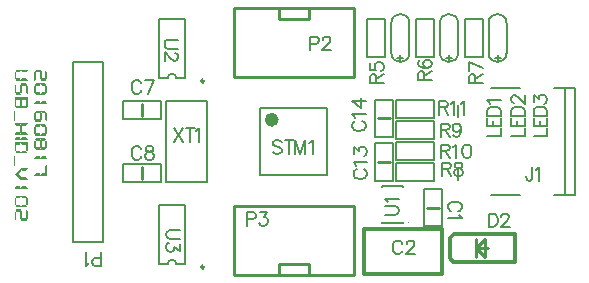
<source format=gto>
G04 Layer_Color=65535*
%FSLAX25Y25*%
%MOIN*%
G70*
G01*
G75*
%ADD10C,0.00787*%
%ADD11C,0.00984*%
%ADD12C,0.00394*%
%ADD13C,0.02362*%
%ADD14C,0.01200*%
%ADD15C,0.01000*%
%ADD16C,0.00800*%
%ADD17C,0.00600*%
G36*
X-5051Y40168D02*
X-5063Y40136D01*
X-6458D01*
X-7000Y41037D01*
X-4782D01*
X-5051Y40168D01*
D02*
G37*
G36*
X-4431Y40085D02*
Y38167D01*
X-4782Y37384D01*
X-5075Y38167D01*
X-5082Y40085D01*
X-5063Y40136D01*
X-5060D01*
X-5051Y40168D01*
X-4782Y40868D01*
X-4431Y40085D01*
D02*
G37*
G36*
X-3098Y40136D02*
X-4445D01*
X-4767Y41037D01*
X-2549D01*
X-3098Y40136D01*
D02*
G37*
G36*
X-4782Y46022D02*
X-6363D01*
X-6649Y46483D01*
X-6370Y46922D01*
X-5060D01*
X-4782Y46022D01*
D02*
G37*
G36*
X-6883Y41842D02*
X-7161D01*
Y45224D01*
X-6883D01*
Y41842D01*
D02*
G37*
G36*
X-4782Y35561D02*
X-7000D01*
X-6458Y36462D01*
X-5060D01*
X-4782Y35561D01*
D02*
G37*
G36*
X-3201Y33988D02*
X-4453D01*
X-4767Y34888D01*
X-2637D01*
X-3201Y33988D01*
D02*
G37*
G36*
X-2549Y35561D02*
X-4767D01*
X-4453Y36462D01*
X-3098D01*
X-2549Y35561D01*
D02*
G37*
G36*
Y37208D02*
X-4767D01*
X-4453Y38109D01*
X-3098D01*
X-2549Y37208D01*
D02*
G37*
G36*
X-4782D02*
X-7000D01*
X-6458Y38109D01*
X-5060D01*
X-4782Y37208D01*
D02*
G37*
G36*
Y50597D02*
X-6363D01*
X-6649Y51058D01*
X-6370Y51497D01*
X-5060D01*
X-4782Y50597D01*
D02*
G37*
G36*
X-3201Y48950D02*
X-4445D01*
X-4767Y49850D01*
X-2637D01*
X-3201Y48950D01*
D02*
G37*
G36*
X-2549Y53481D02*
Y50597D01*
X-3186Y51490D01*
Y53481D01*
X-2879Y53920D01*
X-2549Y53481D01*
D02*
G37*
G36*
X-6363Y53539D02*
Y51556D01*
X-6678Y51109D01*
X-7000Y51548D01*
Y54425D01*
X-6363Y53539D01*
D02*
G37*
G36*
X-4431Y53473D02*
Y51556D01*
X-4782Y50772D01*
X-5075Y51556D01*
X-5068Y53473D01*
X-4782Y54249D01*
X-4431Y53473D01*
D02*
G37*
G36*
Y48898D02*
Y46981D01*
X-4782Y46197D01*
X-5075Y46981D01*
X-5082Y48898D01*
X-5063Y48950D01*
X-5060D01*
X-5051Y48981D01*
X-4782Y49682D01*
X-4431Y48898D01*
D02*
G37*
G36*
X-2901Y46483D02*
X-3186Y46022D01*
X-4767D01*
X-4453Y46922D01*
X-3186D01*
X-2901Y46483D01*
D02*
G37*
G36*
X-2549Y46973D02*
X-2879Y46527D01*
X-3186Y46973D01*
Y48906D01*
X-2549Y49726D01*
Y46973D01*
D02*
G37*
G36*
X-5051Y48981D02*
X-5063Y48950D01*
X-6363D01*
X-6912Y49850D01*
X-4782D01*
X-5051Y48981D01*
D02*
G37*
G36*
X-6363Y48906D02*
Y46981D01*
X-6678Y46534D01*
X-7000Y46973D01*
Y49747D01*
X-6363Y48906D01*
D02*
G37*
G36*
X-5060Y33988D02*
X-6363D01*
X-6912Y34888D01*
X-4782D01*
X-5060Y33988D01*
D02*
G37*
G36*
X-6363Y15966D02*
Y14041D01*
X-6678Y13594D01*
X-7000Y14033D01*
Y15966D01*
X-6678Y16405D01*
X-6363Y15966D01*
D02*
G37*
G36*
X-2901Y13543D02*
X-3186Y13082D01*
X-4767D01*
X-4453Y13982D01*
X-3186D01*
X-2901Y13543D01*
D02*
G37*
G36*
X-2549Y15966D02*
Y14033D01*
X-2879Y13594D01*
X-3186Y14033D01*
Y15966D01*
X-2879Y16405D01*
X-2549Y15966D01*
D02*
G37*
G36*
X-2901Y16471D02*
X-3186Y16010D01*
X-4445D01*
X-4767Y16910D01*
X-3186D01*
X-2901Y16471D01*
D02*
G37*
G36*
X-5060Y16010D02*
X-6370D01*
X-6656Y16471D01*
X-6370Y16910D01*
X-4782D01*
X-5060Y16010D01*
D02*
G37*
G36*
X-2901Y8968D02*
X-3186Y8507D01*
X-4767D01*
X-4453Y9407D01*
X-3186D01*
X-2901Y8968D01*
D02*
G37*
G36*
X-6363Y11391D02*
Y9297D01*
X-7000Y8507D01*
Y11391D01*
X-6678Y11830D01*
X-6363Y11391D01*
D02*
G37*
G36*
X-5052Y11462D02*
X-5062Y11435D01*
X-5060D01*
X-5052Y11462D01*
X-4782Y12159D01*
X-4431Y11383D01*
Y9466D01*
X-4782Y8682D01*
X-5068Y9466D01*
X-5082Y11383D01*
X-5062Y11435D01*
X-6363D01*
X-6649Y11896D01*
X-6370Y12335D01*
X-4782D01*
X-5052Y11462D01*
D02*
G37*
G36*
X-4782Y13082D02*
X-6363D01*
X-6649Y13543D01*
X-6370Y13982D01*
X-5060D01*
X-4782Y13082D01*
D02*
G37*
G36*
X-2549Y11391D02*
Y9458D01*
X-2879Y9019D01*
X-3186Y9458D01*
Y12335D01*
X-2549Y11391D01*
D02*
G37*
G36*
X-4782Y31060D02*
X-6363D01*
X-6649Y31521D01*
X-6370Y31960D01*
X-5060D01*
X-4782Y31060D01*
D02*
G37*
G36*
X-6883Y26880D02*
X-7161D01*
Y30262D01*
X-6883D01*
Y26880D01*
D02*
G37*
G36*
X-2901Y31521D02*
X-3186Y31060D01*
X-4767D01*
X-4453Y31960D01*
X-3186D01*
X-2901Y31521D01*
D02*
G37*
G36*
X-2549Y32011D02*
X-2879Y31572D01*
X-3186Y32011D01*
Y33944D01*
X-2549Y34771D01*
Y32011D01*
D02*
G37*
G36*
X-6363Y33944D02*
Y32019D01*
X-6678Y31572D01*
X-7000Y32011D01*
Y34785D01*
X-6363Y33944D01*
D02*
G37*
G36*
X-2549Y19121D02*
X-4767D01*
X-4453Y20021D01*
X-3098D01*
X-2549Y19121D01*
D02*
G37*
G36*
X-4782D02*
X-7000D01*
X-6458Y20021D01*
X-5060D01*
X-4782Y19121D01*
D02*
G37*
G36*
X-4907Y23352D02*
X-4744Y22314D01*
X-4453Y23147D01*
X-3186D01*
X-2630Y22246D01*
X-4733D01*
X-4731Y22232D01*
X-4748Y22246D01*
X-4767D01*
X-4763Y22258D01*
X-7000Y24120D01*
X-5836Y24127D01*
X-4907Y23352D01*
D02*
G37*
G36*
X-3186Y25174D02*
X-4445D01*
X-4738Y25992D01*
X-4724Y26075D01*
X-2630D01*
X-3186Y25174D01*
D02*
G37*
G36*
X-4757Y26047D02*
X-4738Y25992D01*
X-4914Y24969D01*
X-5843Y24193D01*
X-7000Y24201D01*
X-4757Y26047D01*
X-4767Y26075D01*
X-4724D01*
X-4757Y26047D01*
D02*
G37*
G36*
X-2901Y53986D02*
X-3186Y53525D01*
X-4445D01*
X-4767Y54425D01*
X-3186D01*
X-2901Y53986D01*
D02*
G37*
G36*
X1450Y44406D02*
X1438Y44375D01*
X137D01*
X-156Y44836D01*
X129Y45275D01*
X1718D01*
X1450Y44406D01*
D02*
G37*
G36*
X137Y44331D02*
Y42406D01*
X-178Y41959D01*
X-500Y42398D01*
Y44331D01*
X-178Y44770D01*
X137Y44331D01*
D02*
G37*
G36*
X3599Y44836D02*
X3314Y44375D01*
X2055D01*
X1733Y45275D01*
X3314D01*
X3599Y44836D01*
D02*
G37*
G36*
X3951Y47486D02*
X1733D01*
X2047Y48386D01*
X3402D01*
X3951Y47486D01*
D02*
G37*
G36*
X1718D02*
X-500D01*
X42Y48386D01*
X1440D01*
X1718Y47486D01*
D02*
G37*
G36*
X3599Y40261D02*
X3314Y39800D01*
X2055D01*
X1733Y40700D01*
X3314D01*
X3599Y40261D01*
D02*
G37*
G36*
X1440Y39800D02*
X129D01*
X-156Y40261D01*
X129Y40700D01*
X1718D01*
X1440Y39800D01*
D02*
G37*
G36*
X1718Y41447D02*
X137D01*
X-149Y41908D01*
X129Y42347D01*
X1440D01*
X1718Y41447D01*
D02*
G37*
G36*
X2069Y44323D02*
Y42406D01*
X1718Y41622D01*
X1425Y42406D01*
X1418Y44323D01*
X1438Y44375D01*
X1440D01*
X1450Y44406D01*
X1718Y45107D01*
X2069Y44323D01*
D02*
G37*
G36*
X3951Y44331D02*
Y41615D01*
X3314Y42398D01*
Y44331D01*
X3621Y44770D01*
X3951Y44331D01*
D02*
G37*
G36*
X137Y58056D02*
Y55962D01*
X-500Y55172D01*
Y58056D01*
X-178Y58495D01*
X137Y58056D01*
D02*
G37*
G36*
X3599Y53986D02*
X3314Y53525D01*
X2055D01*
X1733Y54425D01*
X3314D01*
X3599Y53986D01*
D02*
G37*
G36*
Y55633D02*
X3314Y55172D01*
X1733D01*
X2047Y56072D01*
X3314D01*
X3599Y55633D01*
D02*
G37*
G36*
X3951Y58056D02*
Y56123D01*
X3621Y55684D01*
X3314Y56123D01*
Y59000D01*
X3951Y58056D01*
D02*
G37*
G36*
X1448Y58127D02*
X1438Y58100D01*
X1440D01*
X1448Y58127D01*
X1718Y58824D01*
X2069Y58048D01*
Y56131D01*
X1718Y55347D01*
X1433Y56131D01*
X1418Y58048D01*
X1438Y58100D01*
X137D01*
X-149Y58561D01*
X129Y59000D01*
X1718D01*
X1448Y58127D01*
D02*
G37*
G36*
X3599Y51058D02*
X3314Y50597D01*
X1733D01*
X2047Y51497D01*
X3314D01*
X3599Y51058D01*
D02*
G37*
G36*
X1718Y50597D02*
X137D01*
X-149Y51058D01*
X129Y51497D01*
X1440D01*
X1718Y50597D01*
D02*
G37*
G36*
X137Y53481D02*
Y51556D01*
X-178Y51109D01*
X-500Y51548D01*
Y53481D01*
X-178Y53920D01*
X137Y53481D01*
D02*
G37*
G36*
X1440Y53525D02*
X129D01*
X-156Y53986D01*
X129Y54425D01*
X1718D01*
X1440Y53525D01*
D02*
G37*
G36*
X3951Y53481D02*
Y51548D01*
X3621Y51109D01*
X3314Y51548D01*
Y53481D01*
X3621Y53920D01*
X3951Y53481D01*
D02*
G37*
G36*
Y39756D02*
Y37823D01*
X3621Y37384D01*
X3314Y37823D01*
Y39756D01*
X3621Y40195D01*
X3951Y39756D01*
D02*
G37*
G36*
X3870Y23659D02*
X1733D01*
X2047Y24559D01*
X3314D01*
X3870Y23659D01*
D02*
G37*
G36*
X1718D02*
X-500D01*
X42Y24559D01*
X1440D01*
X1718Y23659D01*
D02*
G37*
G36*
X3951Y23791D02*
X3314Y24633D01*
Y26558D01*
X3951Y27363D01*
Y23791D01*
D02*
G37*
G36*
Y29186D02*
X1733D01*
X2047Y30086D01*
X3402D01*
X3951Y29186D01*
D02*
G37*
G36*
X1718D02*
X-500D01*
X42Y30086D01*
X1440D01*
X1718Y29186D01*
D02*
G37*
G36*
X-2549Y55172D02*
X-4767D01*
X-4453Y56072D01*
X-3077D01*
X-2549Y55172D01*
D02*
G37*
G36*
X-4782D02*
X-6363D01*
X-6649Y55633D01*
X-6370Y56072D01*
X-5060D01*
X-4782Y55172D01*
D02*
G37*
G36*
X-6363Y58056D02*
Y56131D01*
X-6678Y55684D01*
X-7000Y56123D01*
Y58056D01*
X-6678Y58495D01*
X-6363Y58056D01*
D02*
G37*
G36*
X-3077Y58100D02*
X-4445D01*
X-4767Y59000D01*
X-2549D01*
X-3077Y58100D01*
D02*
G37*
G36*
X-5060D02*
X-6370D01*
X-6656Y58561D01*
X-6370Y59000D01*
X-4782D01*
X-5060Y58100D01*
D02*
G37*
G36*
X1718Y32297D02*
X137D01*
X-149Y32758D01*
X129Y33197D01*
X1440D01*
X1718Y32297D01*
D02*
G37*
G36*
X3599Y35686D02*
X3314Y35225D01*
X2055D01*
X1733Y36125D01*
X3314D01*
X3599Y35686D01*
D02*
G37*
G36*
X1450Y35256D02*
X1438Y35225D01*
X137D01*
X-156Y35686D01*
X129Y36125D01*
X1718D01*
X1450Y35256D01*
D02*
G37*
G36*
X1718Y36872D02*
X137D01*
X-149Y37333D01*
X129Y37772D01*
X1440D01*
X1718Y36872D01*
D02*
G37*
G36*
X137Y39756D02*
Y37831D01*
X-178Y37384D01*
X-500Y37823D01*
Y39756D01*
X-178Y40195D01*
X137Y39756D01*
D02*
G37*
G36*
X3599Y37333D02*
X3314Y36872D01*
X1733D01*
X2047Y37772D01*
X3314D01*
X3599Y37333D01*
D02*
G37*
G36*
Y32758D02*
X3314Y32297D01*
X1733D01*
X2047Y33197D01*
X3314D01*
X3599Y32758D01*
D02*
G37*
G36*
X2069Y35173D02*
Y33256D01*
X1718Y32472D01*
X1425Y33256D01*
X1418Y35173D01*
X1438Y35225D01*
X1440D01*
X1450Y35256D01*
X1718Y35957D01*
X2069Y35173D01*
D02*
G37*
G36*
X3951Y35181D02*
Y33248D01*
X3621Y32809D01*
X3314Y33248D01*
Y35181D01*
X3621Y35620D01*
X3951Y35181D01*
D02*
G37*
G36*
X137D02*
Y33256D01*
X-178Y32809D01*
X-500Y33248D01*
Y35181D01*
X-178Y35620D01*
X137Y35181D01*
D02*
G37*
%LPC*%
G36*
X-4744Y22314D02*
X-4763Y22258D01*
X-4748Y22246D01*
X-4733D01*
X-4744Y22314D01*
D02*
G37*
%LPD*%
D10*
X46944Y56157D02*
G03*
X44056Y56157I-1444J0D01*
G01*
X46944Y-5843D02*
G03*
X44056Y-5843I-1444J0D01*
G01*
X157014Y74500D02*
G03*
X150986Y74500I-3014J0D01*
G01*
Y64500D02*
G03*
X157014Y64500I3014J0D01*
G01*
X140831Y74500D02*
G03*
X134802Y74500I-3014J0D01*
G01*
Y64500D02*
G03*
X140831Y64500I3014J0D01*
G01*
X124647Y74500D02*
G03*
X118619Y74500I-3014J0D01*
G01*
Y64500D02*
G03*
X124647Y64500I3014J0D01*
G01*
X12500Y1500D02*
Y61500D01*
X22500Y1500D02*
Y61500D01*
X12500D02*
X22500D01*
X12500Y1500D02*
X22500D01*
X41169Y56157D02*
Y75842D01*
X49831Y56157D02*
Y75842D01*
X41169D02*
X49831D01*
X41169Y56157D02*
X44056D01*
X46944D02*
X49831D01*
X122547Y19843D02*
Y20040D01*
X115460Y19843D02*
Y20040D01*
X122547Y7835D02*
Y8032D01*
X115460Y7835D02*
Y8032D01*
Y7835D02*
X122547D01*
X115460Y20040D02*
X122547D01*
X41169Y-5843D02*
Y13842D01*
X49831Y-5843D02*
Y13842D01*
X41169D02*
X49831D01*
X41169Y-5843D02*
X44056D01*
X46944D02*
X49831D01*
X74779Y23779D02*
Y46220D01*
X97220Y23779D02*
Y46220D01*
X74779D02*
X97220D01*
X74779Y23779D02*
X97220D01*
X157000Y64500D02*
Y74500D01*
X151000Y64500D02*
Y74500D01*
X140816Y64500D02*
Y74500D01*
X134817Y64500D02*
Y74500D01*
X124633Y64500D02*
Y74500D01*
X118633Y64500D02*
Y74500D01*
D11*
X56228Y55154D02*
G03*
X56228Y55154I-492J0D01*
G01*
Y-6847D02*
G03*
X56228Y-6847I-492J0D01*
G01*
D12*
X124319Y7933D02*
G03*
X124319Y7933I-197J0D01*
G01*
D13*
X79898Y42283D02*
G03*
X79898Y42283I-1181J0D01*
G01*
D14*
X109400Y6000D02*
X135600D01*
X109400Y-9000D02*
X135600D01*
X109400D02*
Y6000D01*
X135600Y-9000D02*
Y6000D01*
X139250Y-5000D02*
X159700D01*
X139350Y4100D02*
X159700D01*
Y-5000D02*
Y4100D01*
X138000Y-3750D02*
X139250Y-5000D01*
X138000Y-3750D02*
Y2750D01*
X139350Y4100D01*
D15*
X130500Y13000D02*
X134500D01*
X91000Y-9417D02*
Y-5874D01*
X81000Y-9417D02*
Y-5874D01*
X91000D01*
X66000Y-9417D02*
X106000D01*
X66000D02*
Y13417D01*
X106000D01*
Y-9417D02*
Y13417D01*
X66000Y56583D02*
Y79417D01*
Y56583D02*
X106000D01*
Y79417D01*
X66000D02*
X106000D01*
X81000Y75874D02*
X91000D01*
Y79417D01*
X81000Y75874D02*
Y79417D01*
X146765Y-3500D02*
Y2500D01*
X146750Y-500D02*
X149750Y-3500D01*
X146750Y-500D02*
X149750Y2500D01*
Y-3500D02*
Y2500D01*
X146750Y-500D02*
X150750D01*
X114000Y42800D02*
X118000D01*
X114000Y28200D02*
X118000D01*
X35500Y22400D02*
Y26400D01*
Y43600D02*
Y47600D01*
D16*
X135500Y6800D02*
Y19200D01*
X129500Y6800D02*
X135500D01*
X129500D02*
Y19200D01*
X135500D01*
X43600Y21400D02*
X57100D01*
Y48600D01*
X43600D02*
X57100D01*
X43600Y21400D02*
Y48600D01*
X120300Y43000D02*
Y49000D01*
Y43000D02*
X132700D01*
Y49000D01*
X120300D02*
X132700D01*
Y29000D02*
Y35000D01*
X120300D02*
X132700D01*
X120300Y29000D02*
Y35000D01*
Y29000D02*
X132700D01*
X120300Y36000D02*
Y42000D01*
Y36000D02*
X132700D01*
Y42000D01*
X120300D02*
X132700D01*
X120300Y22000D02*
Y28000D01*
Y22000D02*
X132700D01*
Y28000D01*
X120300D02*
X132700D01*
X143000Y75700D02*
X149000D01*
X143000Y63300D02*
Y75700D01*
Y63300D02*
X149000D01*
Y75700D01*
X126750D02*
X132750D01*
X126750Y63300D02*
Y75700D01*
Y63300D02*
X132750D01*
Y75700D01*
X110500D02*
X116500D01*
X110500Y63300D02*
Y75700D01*
Y63300D02*
X116500D01*
Y75700D01*
X154000Y62000D02*
Y64000D01*
X153000Y63000D02*
X155000D01*
X137817Y62000D02*
Y64000D01*
X136817Y63000D02*
X138816D01*
X121633Y62000D02*
Y64000D01*
X120633Y63000D02*
X122633D01*
X113000Y36600D02*
Y49000D01*
X119000D01*
Y36600D02*
Y49000D01*
X113000Y36600D02*
X119000D01*
X113000Y22000D02*
Y34400D01*
X119000D01*
Y22000D02*
Y34400D01*
X113000Y22000D02*
X119000D01*
X29300Y27400D02*
X41700D01*
Y21400D02*
Y27400D01*
X29300Y21400D02*
X41700D01*
X29300D02*
Y27400D01*
Y48600D02*
X41700D01*
Y42600D02*
Y48600D01*
X29300Y42600D02*
X41700D01*
X29300D02*
Y48600D01*
X122214Y928D02*
X121999Y1356D01*
X121571Y1785D01*
X121142Y1999D01*
X120285D01*
X119857Y1785D01*
X119429Y1356D01*
X119214Y928D01*
X119000Y285D01*
Y-786D01*
X119214Y-1429D01*
X119429Y-1857D01*
X119857Y-2286D01*
X120285Y-2500D01*
X121142D01*
X121571Y-2286D01*
X121999Y-1857D01*
X122214Y-1429D01*
X123692Y928D02*
Y1142D01*
X123906Y1571D01*
X124120Y1785D01*
X124549Y1999D01*
X125406D01*
X125834Y1785D01*
X126049Y1571D01*
X126263Y1142D01*
Y714D01*
X126049Y285D01*
X125620Y-358D01*
X123478Y-2500D01*
X126477D01*
X140928Y11786D02*
X141356Y12001D01*
X141785Y12429D01*
X141999Y12858D01*
Y13715D01*
X141785Y14143D01*
X141356Y14571D01*
X140928Y14786D01*
X140285Y15000D01*
X139214D01*
X138571Y14786D01*
X138143Y14571D01*
X137714Y14143D01*
X137500Y13715D01*
Y12858D01*
X137714Y12429D01*
X138143Y12001D01*
X138571Y11786D01*
X141142Y10522D02*
X141356Y10094D01*
X141999Y9451D01*
X137500D01*
X21850Y-3992D02*
X19922D01*
X19279Y-4207D01*
X19065Y-4421D01*
X18851Y-4849D01*
Y-5492D01*
X19065Y-5921D01*
X19279Y-6135D01*
X19922Y-6349D01*
X21850D01*
Y-1850D01*
X17844Y-5492D02*
X17415Y-5706D01*
X16772Y-6349D01*
Y-1850D01*
X46000Y39499D02*
X48999Y35000D01*
Y39499D02*
X46000Y35000D01*
X51506Y39499D02*
Y35000D01*
X50006Y39499D02*
X53006D01*
X53541Y38642D02*
X53970Y38856D01*
X54612Y39499D01*
Y35000D01*
X47499Y69000D02*
X44285D01*
X43643Y68786D01*
X43214Y68357D01*
X43000Y67715D01*
Y67286D01*
X43214Y66643D01*
X43643Y66215D01*
X44285Y66001D01*
X47499D01*
X46428Y64544D02*
X46642D01*
X47071Y64330D01*
X47285Y64115D01*
X47499Y63687D01*
Y62830D01*
X47285Y62401D01*
X47071Y62187D01*
X46642Y61973D01*
X46214D01*
X45785Y62187D01*
X45142Y62616D01*
X43000Y64758D01*
Y61759D01*
X116501Y10500D02*
X119715D01*
X120357Y10714D01*
X120786Y11143D01*
X121000Y11785D01*
Y12214D01*
X120786Y12857D01*
X120357Y13285D01*
X119715Y13499D01*
X116501D01*
X117358Y14742D02*
X117144Y15170D01*
X116501Y15813D01*
X121000D01*
X47999Y5500D02*
X44785D01*
X44143Y5286D01*
X43714Y4857D01*
X43500Y4215D01*
Y3786D01*
X43714Y3143D01*
X44143Y2715D01*
X44785Y2501D01*
X47999D01*
Y830D02*
Y-1527D01*
X46285Y-242D01*
Y-884D01*
X46071Y-1313D01*
X45857Y-1527D01*
X45214Y-1741D01*
X44785D01*
X44143Y-1527D01*
X43714Y-1099D01*
X43500Y-456D01*
Y187D01*
X43714Y830D01*
X43929Y1044D01*
X44357Y1258D01*
X81999Y34856D02*
X81571Y35285D01*
X80928Y35499D01*
X80071D01*
X79428Y35285D01*
X79000Y34856D01*
Y34428D01*
X79214Y33999D01*
X79428Y33785D01*
X79857Y33571D01*
X81142Y33142D01*
X81571Y32928D01*
X81785Y32714D01*
X81999Y32285D01*
Y31643D01*
X81571Y31214D01*
X80928Y31000D01*
X80071D01*
X79428Y31214D01*
X79000Y31643D01*
X84506Y35499D02*
Y31000D01*
X83006Y35499D02*
X86006D01*
X86541D02*
Y31000D01*
Y35499D02*
X88255Y31000D01*
X89969Y35499D02*
X88255Y31000D01*
X89969Y35499D02*
Y31000D01*
X91255Y34642D02*
X91683Y34856D01*
X92326Y35499D01*
Y31000D01*
X134500Y48499D02*
Y44000D01*
Y48499D02*
X136428D01*
X137071Y48285D01*
X137285Y48071D01*
X137499Y47642D01*
Y47214D01*
X137285Y46785D01*
X137071Y46571D01*
X136428Y46357D01*
X134500D01*
X136000D02*
X137499Y44000D01*
X138506Y47642D02*
X138935Y47856D01*
X139577Y48499D01*
Y44000D01*
X141806Y47642D02*
X142234Y47856D01*
X142877Y48499D01*
Y44000D01*
X135000Y33999D02*
Y29500D01*
Y33999D02*
X136928D01*
X137571Y33785D01*
X137785Y33571D01*
X137999Y33142D01*
Y32714D01*
X137785Y32285D01*
X137571Y32071D01*
X136928Y31857D01*
X135000D01*
X136500D02*
X137999Y29500D01*
X139006Y33142D02*
X139435Y33356D01*
X140077Y33999D01*
Y29500D01*
X143591Y33999D02*
X142948Y33785D01*
X142520Y33142D01*
X142306Y32071D01*
Y31428D01*
X142520Y30357D01*
X142948Y29714D01*
X143591Y29500D01*
X144019D01*
X144662Y29714D01*
X145091Y30357D01*
X145305Y31428D01*
Y32071D01*
X145091Y33142D01*
X144662Y33785D01*
X144019Y33999D01*
X143591D01*
X135000Y40999D02*
Y36500D01*
Y40999D02*
X136928D01*
X137571Y40785D01*
X137785Y40571D01*
X137999Y40142D01*
Y39714D01*
X137785Y39285D01*
X137571Y39071D01*
X136928Y38857D01*
X135000D01*
X136500D02*
X137999Y36500D01*
X141791Y39499D02*
X141577Y38857D01*
X141149Y38428D01*
X140506Y38214D01*
X140292D01*
X139649Y38428D01*
X139220Y38857D01*
X139006Y39499D01*
Y39714D01*
X139220Y40356D01*
X139649Y40785D01*
X140292Y40999D01*
X140506D01*
X141149Y40785D01*
X141577Y40356D01*
X141791Y39499D01*
Y38428D01*
X141577Y37357D01*
X141149Y36714D01*
X140506Y36500D01*
X140077D01*
X139435Y36714D01*
X139220Y37143D01*
X135500Y27999D02*
Y23500D01*
Y27999D02*
X137428D01*
X138071Y27785D01*
X138285Y27571D01*
X138499Y27142D01*
Y26714D01*
X138285Y26285D01*
X138071Y26071D01*
X137428Y25857D01*
X135500D01*
X137000D02*
X138499Y23500D01*
X140577Y27999D02*
X139935Y27785D01*
X139720Y27356D01*
Y26928D01*
X139935Y26499D01*
X140363Y26285D01*
X141220Y26071D01*
X141863Y25857D01*
X142291Y25428D01*
X142506Y25000D01*
Y24357D01*
X142291Y23929D01*
X142077Y23714D01*
X141434Y23500D01*
X140577D01*
X139935Y23714D01*
X139720Y23929D01*
X139506Y24357D01*
Y25000D01*
X139720Y25428D01*
X140149Y25857D01*
X140792Y26071D01*
X141649Y26285D01*
X142077Y26499D01*
X142291Y26928D01*
Y27356D01*
X142077Y27785D01*
X141434Y27999D01*
X140577D01*
X144501Y54500D02*
X149000D01*
X144501D02*
Y56428D01*
X144715Y57071D01*
X144929Y57285D01*
X145358Y57499D01*
X145786D01*
X146215Y57285D01*
X146429Y57071D01*
X146643Y56428D01*
Y54500D01*
Y56000D02*
X149000Y57499D01*
X144501Y61506D02*
X149000Y59363D01*
X144501Y58506D02*
Y61506D01*
X127501Y55500D02*
X132000D01*
X127501D02*
Y57428D01*
X127715Y58071D01*
X127929Y58285D01*
X128358Y58499D01*
X128786D01*
X129215Y58285D01*
X129429Y58071D01*
X129643Y57428D01*
Y55500D01*
Y57000D02*
X132000Y58499D01*
X128144Y62077D02*
X127715Y61863D01*
X127501Y61220D01*
Y60792D01*
X127715Y60149D01*
X128358Y59720D01*
X129429Y59506D01*
X130500D01*
X131357Y59720D01*
X131786Y60149D01*
X132000Y60792D01*
Y61006D01*
X131786Y61649D01*
X131357Y62077D01*
X130715Y62291D01*
X130500D01*
X129858Y62077D01*
X129429Y61649D01*
X129215Y61006D01*
Y60792D01*
X129429Y60149D01*
X129858Y59720D01*
X130500Y59506D01*
X111501Y54500D02*
X116000D01*
X111501D02*
Y56428D01*
X111715Y57071D01*
X111929Y57285D01*
X112358Y57499D01*
X112786D01*
X113215Y57285D01*
X113429Y57071D01*
X113643Y56428D01*
Y54500D01*
Y56000D02*
X116000Y57499D01*
X111501Y61077D02*
Y58935D01*
X113429Y58720D01*
X113215Y58935D01*
X113001Y59578D01*
Y60220D01*
X113215Y60863D01*
X113643Y61291D01*
X114286Y61506D01*
X114715D01*
X115357Y61291D01*
X115786Y60863D01*
X116000Y60220D01*
Y59578D01*
X115786Y58935D01*
X115571Y58720D01*
X115143Y58506D01*
X70500Y9142D02*
X72428D01*
X73071Y9357D01*
X73285Y9571D01*
X73499Y9999D01*
Y10642D01*
X73285Y11071D01*
X73071Y11285D01*
X72428Y11499D01*
X70500D01*
Y7000D01*
X74935Y11499D02*
X77291D01*
X76006Y9785D01*
X76649D01*
X77077Y9571D01*
X77291Y9357D01*
X77506Y8714D01*
Y8285D01*
X77291Y7643D01*
X76863Y7214D01*
X76220Y7000D01*
X75577D01*
X74935Y7214D01*
X74721Y7429D01*
X74506Y7857D01*
X91500Y67642D02*
X93428D01*
X94071Y67857D01*
X94285Y68071D01*
X94499Y68499D01*
Y69142D01*
X94285Y69571D01*
X94071Y69785D01*
X93428Y69999D01*
X91500D01*
Y65500D01*
X95720Y68928D02*
Y69142D01*
X95935Y69571D01*
X96149Y69785D01*
X96578Y69999D01*
X97434D01*
X97863Y69785D01*
X98077Y69571D01*
X98291Y69142D01*
Y68714D01*
X98077Y68285D01*
X97649Y67642D01*
X95506Y65500D01*
X98506D01*
X166001Y37000D02*
X170500D01*
Y39571D01*
X166001Y42849D02*
Y40064D01*
X170500D01*
Y42849D01*
X168143Y40064D02*
Y41778D01*
X166001Y43599D02*
X170500D01*
X166001D02*
Y45098D01*
X166215Y45741D01*
X166644Y46169D01*
X167072Y46384D01*
X167715Y46598D01*
X168786D01*
X169429Y46384D01*
X169857Y46169D01*
X170286Y45741D01*
X170500Y45098D01*
Y43599D01*
X166001Y48033D02*
Y50390D01*
X167715Y49105D01*
Y49747D01*
X167929Y50176D01*
X168143Y50390D01*
X168786Y50604D01*
X169215D01*
X169857Y50390D01*
X170286Y49962D01*
X170500Y49319D01*
Y48676D01*
X170286Y48033D01*
X170071Y47819D01*
X169643Y47605D01*
X158501Y37000D02*
X163000D01*
Y39571D01*
X158501Y42849D02*
Y40064D01*
X163000D01*
Y42849D01*
X160643Y40064D02*
Y41778D01*
X158501Y43599D02*
X163000D01*
X158501D02*
Y45098D01*
X158715Y45741D01*
X159144Y46169D01*
X159572Y46384D01*
X160215Y46598D01*
X161286D01*
X161929Y46384D01*
X162357Y46169D01*
X162786Y45741D01*
X163000Y45098D01*
Y43599D01*
X159572Y47819D02*
X159358D01*
X158929Y48033D01*
X158715Y48248D01*
X158501Y48676D01*
Y49533D01*
X158715Y49962D01*
X158929Y50176D01*
X159358Y50390D01*
X159786D01*
X160215Y50176D01*
X160858Y49747D01*
X163000Y47605D01*
Y50604D01*
X150501Y37000D02*
X155000D01*
Y39571D01*
X150501Y42849D02*
Y40064D01*
X155000D01*
Y42849D01*
X152643Y40064D02*
Y41778D01*
X150501Y43599D02*
X155000D01*
X150501D02*
Y45098D01*
X150715Y45741D01*
X151144Y46169D01*
X151572Y46384D01*
X152215Y46598D01*
X153286D01*
X153929Y46384D01*
X154357Y46169D01*
X154786Y45741D01*
X155000Y45098D01*
Y43599D01*
X151358Y47605D02*
X151144Y48033D01*
X150501Y48676D01*
X155000D01*
X165642Y26499D02*
Y23071D01*
X165428Y22429D01*
X165214Y22214D01*
X164785Y22000D01*
X164357D01*
X163928Y22214D01*
X163714Y22429D01*
X163500Y23071D01*
Y23500D01*
X166799Y25642D02*
X167228Y25856D01*
X167870Y26499D01*
Y22000D01*
X151000Y10999D02*
Y6500D01*
Y10999D02*
X152500D01*
X153142Y10785D01*
X153571Y10356D01*
X153785Y9928D01*
X153999Y9285D01*
Y8214D01*
X153785Y7571D01*
X153571Y7143D01*
X153142Y6714D01*
X152500Y6500D01*
X151000D01*
X155220Y9928D02*
Y10142D01*
X155435Y10571D01*
X155649Y10785D01*
X156078Y10999D01*
X156934D01*
X157363Y10785D01*
X157577Y10571D01*
X157791Y10142D01*
Y9714D01*
X157577Y9285D01*
X157149Y8642D01*
X155006Y6500D01*
X158006D01*
X106572Y41714D02*
X106144Y41499D01*
X105715Y41071D01*
X105501Y40642D01*
Y39785D01*
X105715Y39357D01*
X106144Y38928D01*
X106572Y38714D01*
X107215Y38500D01*
X108286D01*
X108929Y38714D01*
X109357Y38928D01*
X109786Y39357D01*
X110000Y39785D01*
Y40642D01*
X109786Y41071D01*
X109357Y41499D01*
X108929Y41714D01*
X106358Y42978D02*
X106144Y43406D01*
X105501Y44049D01*
X110000D01*
X105501Y48419D02*
X108500Y46277D01*
Y49490D01*
X105501Y48419D02*
X110000D01*
X107072Y25714D02*
X106644Y25499D01*
X106215Y25071D01*
X106001Y24642D01*
Y23785D01*
X106215Y23357D01*
X106644Y22929D01*
X107072Y22714D01*
X107715Y22500D01*
X108786D01*
X109429Y22714D01*
X109857Y22929D01*
X110286Y23357D01*
X110500Y23785D01*
Y24642D01*
X110286Y25071D01*
X109857Y25499D01*
X109429Y25714D01*
X106858Y26978D02*
X106644Y27406D01*
X106001Y28049D01*
X110500D01*
X106001Y30705D02*
Y33062D01*
X107715Y31777D01*
Y32419D01*
X107929Y32848D01*
X108143Y33062D01*
X108786Y33276D01*
X109215D01*
X109857Y33062D01*
X110286Y32634D01*
X110500Y31991D01*
Y31348D01*
X110286Y30705D01*
X110072Y30491D01*
X109643Y30277D01*
X35214Y32428D02*
X34999Y32856D01*
X34571Y33285D01*
X34142Y33499D01*
X33285D01*
X32857Y33285D01*
X32429Y32856D01*
X32214Y32428D01*
X32000Y31785D01*
Y30714D01*
X32214Y30071D01*
X32429Y29643D01*
X32857Y29214D01*
X33285Y29000D01*
X34142D01*
X34571Y29214D01*
X34999Y29643D01*
X35214Y30071D01*
X37549Y33499D02*
X36906Y33285D01*
X36692Y32856D01*
Y32428D01*
X36906Y31999D01*
X37335Y31785D01*
X38192Y31571D01*
X38834Y31357D01*
X39263Y30928D01*
X39477Y30500D01*
Y29857D01*
X39263Y29428D01*
X39048Y29214D01*
X38406Y29000D01*
X37549D01*
X36906Y29214D01*
X36692Y29428D01*
X36478Y29857D01*
Y30500D01*
X36692Y30928D01*
X37120Y31357D01*
X37763Y31571D01*
X38620Y31785D01*
X39048Y31999D01*
X39263Y32428D01*
Y32856D01*
X39048Y33285D01*
X38406Y33499D01*
X37549D01*
X35214Y54428D02*
X34999Y54856D01*
X34571Y55285D01*
X34142Y55499D01*
X33285D01*
X32857Y55285D01*
X32429Y54856D01*
X32214Y54428D01*
X32000Y53785D01*
Y52714D01*
X32214Y52071D01*
X32429Y51643D01*
X32857Y51214D01*
X33285Y51000D01*
X34142D01*
X34571Y51214D01*
X34999Y51643D01*
X35214Y52071D01*
X39477Y55499D02*
X37335Y51000D01*
X36478Y55499D02*
X39477D01*
D17*
X151768Y17323D02*
X161610D01*
X172988Y52756D02*
X179720D01*
Y17323D02*
Y52756D01*
X172988Y17323D02*
X179720D01*
X176374D02*
Y52756D01*
X151768D02*
X161610D01*
X140941Y43150D02*
Y47244D01*
Y22244D02*
Y26575D01*
X176374Y17323D02*
Y52756D01*
X140941Y43150D02*
Y47244D01*
Y22244D02*
Y26575D01*
X151768Y52756D02*
X161610D01*
X172988D02*
X179130D01*
X172988Y17323D02*
X179130D01*
X151768D02*
X161610D01*
M02*

</source>
